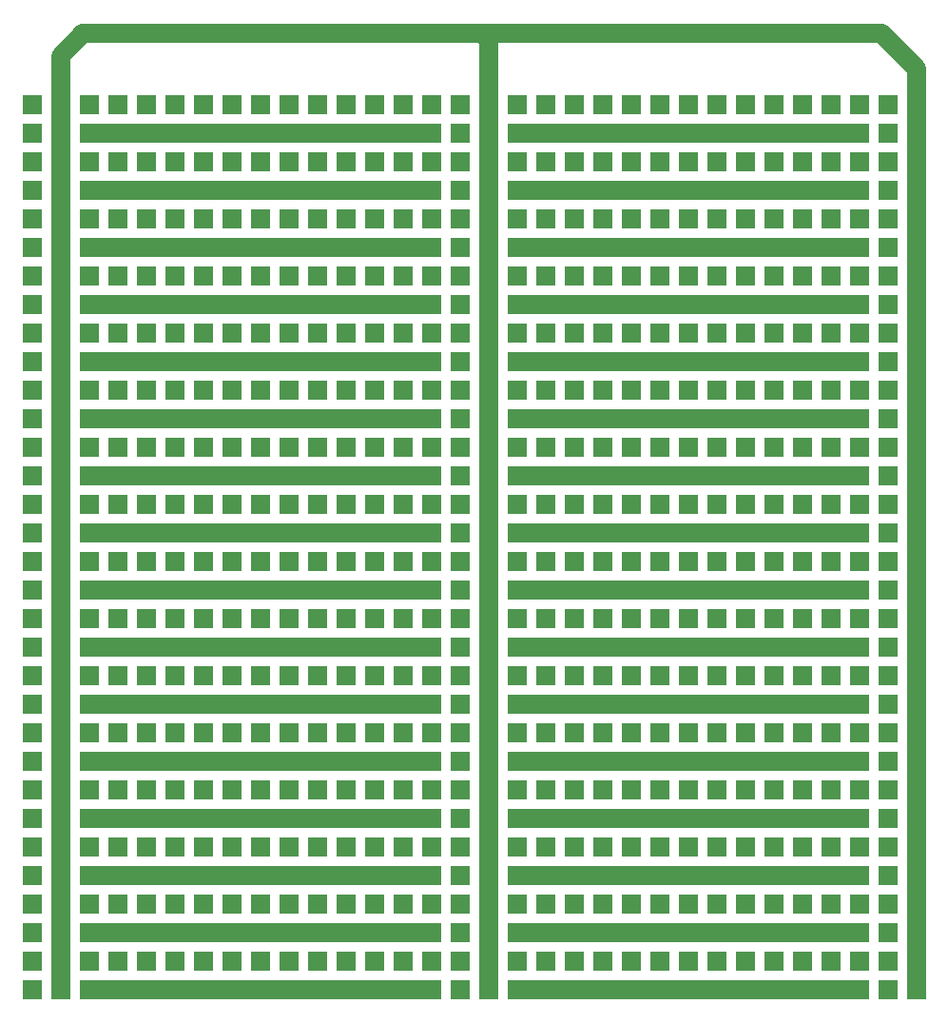
<source format=gbr>
%TF.GenerationSoftware,KiCad,Pcbnew,6.0.6-3a73a75311~116~ubuntu20.04.1*%
%TF.CreationDate,2022-06-29T13:13:07-05:00*%
%TF.ProjectId,XL_Proto_Breadboard_v001,584c5f50-726f-4746-9f5f-427265616462,rev?*%
%TF.SameCoordinates,Original*%
%TF.FileFunction,Copper,L2,Bot*%
%TF.FilePolarity,Positive*%
%FSLAX46Y46*%
G04 Gerber Fmt 4.6, Leading zero omitted, Abs format (unit mm)*
G04 Created by KiCad (PCBNEW 6.0.6-3a73a75311~116~ubuntu20.04.1) date 2022-06-29 13:13:07*
%MOMM*%
%LPD*%
G01*
G04 APERTURE LIST*
%TA.AperFunction,ComponentPad*%
%ADD10R,1.700000X1.700000*%
%TD*%
%TA.AperFunction,Conductor*%
%ADD11C,1.700000*%
%TD*%
G04 APERTURE END LIST*
D10*
%TO.P,U1,1,1*%
%TO.N,GND*%
X153780000Y-87980000D03*
X151240000Y-57500000D03*
X120760000Y-67660000D03*
X184260000Y-87980000D03*
X153780000Y-75280000D03*
X110600000Y-90520000D03*
X163940000Y-113380000D03*
X143620000Y-90520000D03*
X141080000Y-72740000D03*
X174100000Y-75280000D03*
X125840000Y-100680000D03*
X110600000Y-123540000D03*
X133460000Y-121000000D03*
X156320000Y-90520000D03*
X169020000Y-133700000D03*
X169020000Y-115920000D03*
X143620000Y-123540000D03*
X148700000Y-57500000D03*
X171560000Y-60040000D03*
X181720000Y-80360000D03*
X179180000Y-87980000D03*
X133460000Y-100680000D03*
X158860000Y-126080000D03*
X143620000Y-103220000D03*
X138540000Y-126080000D03*
X158860000Y-87980000D03*
X120760000Y-72740000D03*
X186800000Y-113380000D03*
X179180000Y-70200000D03*
X163940000Y-103220000D03*
X118220000Y-60040000D03*
X179180000Y-105760000D03*
X179180000Y-100680000D03*
X179180000Y-72740000D03*
X169020000Y-82900000D03*
X171560000Y-70200000D03*
X110600000Y-95600000D03*
X186800000Y-100680000D03*
X125840000Y-65120000D03*
X133460000Y-105760000D03*
X189340000Y-70200000D03*
X133460000Y-62580000D03*
X161400000Y-98140000D03*
X148700000Y-87980000D03*
X156320000Y-57500000D03*
X110600000Y-133700000D03*
X158860000Y-118460000D03*
X166480000Y-67660000D03*
X153780000Y-118460000D03*
X133460000Y-82900000D03*
X130920000Y-103220000D03*
X163940000Y-82900000D03*
X153780000Y-80360000D03*
X184260000Y-65120000D03*
X151240000Y-82900000D03*
X118220000Y-123540000D03*
X148700000Y-118460000D03*
X181720000Y-95600000D03*
X184260000Y-100680000D03*
X148700000Y-123540000D03*
X143620000Y-113380000D03*
X143620000Y-95600000D03*
X113140000Y-95600000D03*
X136000000Y-70200000D03*
X186800000Y-123540000D03*
X130920000Y-60040000D03*
X169020000Y-126080000D03*
X158860000Y-62580000D03*
X181720000Y-90520000D03*
X115680000Y-80360000D03*
X169020000Y-128620000D03*
X110600000Y-98140000D03*
X120760000Y-123540000D03*
X138540000Y-54960000D03*
X176640000Y-65120000D03*
X115680000Y-133700000D03*
X136000000Y-103220000D03*
X151240000Y-98140000D03*
X163940000Y-67660000D03*
X176640000Y-60040000D03*
X110600000Y-93060000D03*
X146160000Y-85440000D03*
X136000000Y-126080000D03*
X161400000Y-60040000D03*
X125840000Y-70200000D03*
X110600000Y-103220000D03*
X189340000Y-110840000D03*
X184260000Y-75280000D03*
X156320000Y-93060000D03*
X153780000Y-123540000D03*
X181720000Y-72740000D03*
X156320000Y-75280000D03*
X184260000Y-113380000D03*
X156320000Y-118460000D03*
X128380000Y-113380000D03*
X161400000Y-85440000D03*
X186800000Y-95600000D03*
X151240000Y-93060000D03*
X189340000Y-123540000D03*
X130920000Y-75280000D03*
X123300000Y-93060000D03*
X186800000Y-105760000D03*
X141080000Y-108300000D03*
X153780000Y-110840000D03*
X138540000Y-108300000D03*
X166480000Y-75280000D03*
X153780000Y-57500000D03*
X181720000Y-77820000D03*
X176640000Y-80360000D03*
X146160000Y-77820000D03*
X156320000Y-95600000D03*
X128380000Y-128620000D03*
X143620000Y-108300000D03*
X115680000Y-72740000D03*
X171560000Y-123540000D03*
X115680000Y-54960000D03*
X123300000Y-128620000D03*
X158860000Y-85440000D03*
X186800000Y-126080000D03*
X130920000Y-57500000D03*
X120760000Y-103220000D03*
X153780000Y-67660000D03*
X120760000Y-70200000D03*
X161400000Y-133700000D03*
X171560000Y-54960000D03*
X153780000Y-121000000D03*
X110600000Y-87980000D03*
X153780000Y-90520000D03*
X128380000Y-93060000D03*
X113140000Y-103220000D03*
X123300000Y-80360000D03*
X174100000Y-87980000D03*
X128380000Y-118460000D03*
X171560000Y-67660000D03*
X110600000Y-75280000D03*
X143620000Y-131160000D03*
X133460000Y-123540000D03*
X161400000Y-62580000D03*
X163940000Y-77820000D03*
X118220000Y-62580000D03*
X118220000Y-118460000D03*
X130920000Y-85440000D03*
X156320000Y-82900000D03*
X138540000Y-95600000D03*
X136000000Y-115920000D03*
X166480000Y-108300000D03*
X166480000Y-113380000D03*
X128380000Y-82900000D03*
X136000000Y-121000000D03*
X110600000Y-105760000D03*
X138540000Y-62580000D03*
X158860000Y-108300000D03*
X171560000Y-87980000D03*
X163940000Y-131160000D03*
X128380000Y-131160000D03*
X113140000Y-57500000D03*
X128380000Y-115920000D03*
X151240000Y-90520000D03*
X120760000Y-113380000D03*
X153780000Y-85440000D03*
X133460000Y-72740000D03*
X138540000Y-100680000D03*
X161400000Y-57500000D03*
X133460000Y-90520000D03*
X181720000Y-75280000D03*
X148700000Y-108300000D03*
X136000000Y-108300000D03*
X158860000Y-65120000D03*
X174100000Y-103220000D03*
X146160000Y-133700000D03*
X176640000Y-67660000D03*
X138540000Y-103220000D03*
X141080000Y-62580000D03*
X151240000Y-108300000D03*
X163940000Y-57500000D03*
X189340000Y-90520000D03*
X130920000Y-95600000D03*
X166480000Y-80360000D03*
X113140000Y-110840000D03*
X118220000Y-54960000D03*
X179180000Y-54960000D03*
X146160000Y-54960000D03*
X153780000Y-77820000D03*
X153780000Y-60040000D03*
X148700000Y-128620000D03*
X174100000Y-126080000D03*
X169020000Y-98140000D03*
X186800000Y-60040000D03*
X166480000Y-65120000D03*
X189340000Y-103220000D03*
X113140000Y-108300000D03*
X153780000Y-126080000D03*
X163940000Y-62580000D03*
X113140000Y-75280000D03*
X125840000Y-105760000D03*
X184260000Y-70200000D03*
X156320000Y-103220000D03*
X133460000Y-128620000D03*
X158860000Y-105760000D03*
X174100000Y-98140000D03*
X189340000Y-67660000D03*
X186800000Y-118460000D03*
X143620000Y-62580000D03*
X163940000Y-95600000D03*
X171560000Y-103220000D03*
X120760000Y-62580000D03*
X189340000Y-121000000D03*
X115680000Y-113380000D03*
X143620000Y-93060000D03*
X166480000Y-90520000D03*
X156320000Y-70200000D03*
X163940000Y-100680000D03*
X174100000Y-123540000D03*
X181720000Y-110840000D03*
X171560000Y-105760000D03*
X141080000Y-113380000D03*
X113140000Y-87980000D03*
X141080000Y-115920000D03*
X163940000Y-70200000D03*
X146160000Y-115920000D03*
X125840000Y-103220000D03*
X125840000Y-60040000D03*
X133460000Y-110840000D03*
X169020000Y-103220000D03*
X179180000Y-77820000D03*
X151240000Y-75280000D03*
X158860000Y-98140000D03*
X161400000Y-93060000D03*
X128380000Y-110840000D03*
X176640000Y-113380000D03*
X153780000Y-115920000D03*
X115680000Y-110840000D03*
X125840000Y-98140000D03*
X171560000Y-133700000D03*
X143620000Y-60040000D03*
X156320000Y-100680000D03*
X174100000Y-67660000D03*
X166480000Y-123540000D03*
X110600000Y-113380000D03*
X141080000Y-105760000D03*
X184260000Y-85440000D03*
X118220000Y-115920000D03*
X184260000Y-72740000D03*
X166480000Y-133700000D03*
X161400000Y-118460000D03*
X163940000Y-115920000D03*
X141080000Y-121000000D03*
X120760000Y-100680000D03*
X141080000Y-103220000D03*
X148700000Y-93060000D03*
X179180000Y-121000000D03*
X179180000Y-128620000D03*
X189340000Y-108300000D03*
X156320000Y-128620000D03*
X120760000Y-75280000D03*
X128380000Y-87980000D03*
X186800000Y-108300000D03*
X110600000Y-72740000D03*
X133460000Y-108300000D03*
X181720000Y-67660000D03*
X156320000Y-131160000D03*
X115680000Y-75280000D03*
X156320000Y-62580000D03*
X128380000Y-54960000D03*
X125840000Y-95600000D03*
X118220000Y-70200000D03*
X118220000Y-65120000D03*
X123300000Y-87980000D03*
X181720000Y-57500000D03*
X153780000Y-113380000D03*
X125840000Y-87980000D03*
X181720000Y-108300000D03*
X181720000Y-121000000D03*
X141080000Y-110840000D03*
X158860000Y-128620000D03*
X186800000Y-65120000D03*
X146160000Y-60040000D03*
X151240000Y-95600000D03*
X125840000Y-67660000D03*
X128380000Y-65120000D03*
X181720000Y-126080000D03*
X171560000Y-126080000D03*
X163940000Y-110840000D03*
X169020000Y-118460000D03*
X163940000Y-80360000D03*
X115680000Y-85440000D03*
X120760000Y-93060000D03*
X136000000Y-98140000D03*
X184260000Y-121000000D03*
X118220000Y-67660000D03*
X153780000Y-128620000D03*
X161400000Y-82900000D03*
X174100000Y-113380000D03*
X128380000Y-72740000D03*
X141080000Y-131160000D03*
X184260000Y-123540000D03*
X141080000Y-126080000D03*
X120760000Y-118460000D03*
X179180000Y-103220000D03*
X118220000Y-103220000D03*
X161400000Y-80360000D03*
X184260000Y-60040000D03*
X161400000Y-70200000D03*
X166480000Y-72740000D03*
X176640000Y-126080000D03*
X161400000Y-105760000D03*
X151240000Y-80360000D03*
X146160000Y-95600000D03*
X123300000Y-72740000D03*
X146160000Y-80360000D03*
X153780000Y-93060000D03*
X174100000Y-121000000D03*
X189340000Y-54960000D03*
X133460000Y-87980000D03*
X118220000Y-128620000D03*
X120760000Y-128620000D03*
X171560000Y-128620000D03*
X138540000Y-60040000D03*
X169020000Y-110840000D03*
X166480000Y-85440000D03*
X138540000Y-123540000D03*
X186800000Y-90520000D03*
X186800000Y-85440000D03*
X161400000Y-113380000D03*
X118220000Y-98140000D03*
X156320000Y-126080000D03*
X141080000Y-98140000D03*
X176640000Y-100680000D03*
X186800000Y-57500000D03*
X133460000Y-57500000D03*
X136000000Y-85440000D03*
X158860000Y-54960000D03*
X169020000Y-72740000D03*
X158860000Y-60040000D03*
X163940000Y-87980000D03*
X179180000Y-90520000D03*
X169020000Y-95600000D03*
X113140000Y-77820000D03*
X115680000Y-103220000D03*
X115680000Y-90520000D03*
X110600000Y-77820000D03*
X128380000Y-77820000D03*
X118220000Y-75280000D03*
X163940000Y-75280000D03*
X176640000Y-103220000D03*
X136000000Y-80360000D03*
X153780000Y-105760000D03*
X171560000Y-90520000D03*
X163940000Y-105760000D03*
X158860000Y-67660000D03*
X128380000Y-85440000D03*
X158860000Y-113380000D03*
X138540000Y-87980000D03*
X171560000Y-121000000D03*
X130920000Y-115920000D03*
X136000000Y-110840000D03*
X189340000Y-57500000D03*
X163940000Y-128620000D03*
X143620000Y-82900000D03*
X189340000Y-75280000D03*
X166480000Y-115920000D03*
X115680000Y-105760000D03*
X158860000Y-75280000D03*
X153780000Y-54960000D03*
X171560000Y-85440000D03*
X113140000Y-118460000D03*
X166480000Y-93060000D03*
X148700000Y-65120000D03*
X171560000Y-131160000D03*
X123300000Y-105760000D03*
X113140000Y-70200000D03*
X156320000Y-133700000D03*
X125840000Y-82900000D03*
X166480000Y-100680000D03*
X120760000Y-60040000D03*
X133460000Y-115920000D03*
X151240000Y-128620000D03*
X138540000Y-77820000D03*
X113140000Y-131160000D03*
X141080000Y-57500000D03*
X123300000Y-82900000D03*
X143620000Y-54960000D03*
X181720000Y-133700000D03*
X118220000Y-133700000D03*
X156320000Y-115920000D03*
X166480000Y-82900000D03*
X156320000Y-98140000D03*
X113140000Y-62580000D03*
X136000000Y-77820000D03*
X148700000Y-70200000D03*
X174100000Y-115920000D03*
X130920000Y-131160000D03*
X113140000Y-60040000D03*
X118220000Y-90520000D03*
X174100000Y-85440000D03*
X151240000Y-113380000D03*
X143620000Y-65120000D03*
X153780000Y-72740000D03*
X163940000Y-133700000D03*
X166480000Y-103220000D03*
X113140000Y-98140000D03*
X125840000Y-115920000D03*
X186800000Y-72740000D03*
X130920000Y-98140000D03*
X153780000Y-133700000D03*
X125840000Y-54960000D03*
X130920000Y-54960000D03*
X166480000Y-110840000D03*
X146160000Y-100680000D03*
X143620000Y-57500000D03*
X123300000Y-67660000D03*
X156320000Y-121000000D03*
X148700000Y-67660000D03*
X148700000Y-98140000D03*
X113140000Y-72740000D03*
X133460000Y-113380000D03*
X138540000Y-67660000D03*
X158860000Y-100680000D03*
X123300000Y-103220000D03*
X158860000Y-72740000D03*
X189340000Y-82900000D03*
X169020000Y-77820000D03*
X184260000Y-128620000D03*
X136000000Y-57500000D03*
X184260000Y-105760000D03*
X141080000Y-133700000D03*
X148700000Y-131160000D03*
X153780000Y-82900000D03*
X123300000Y-133700000D03*
X138540000Y-118460000D03*
X133460000Y-77820000D03*
X174100000Y-82900000D03*
X176640000Y-70200000D03*
X138540000Y-72740000D03*
X141080000Y-82900000D03*
X120760000Y-110840000D03*
X179180000Y-62580000D03*
X115680000Y-70200000D03*
X113140000Y-123540000D03*
X120760000Y-54960000D03*
X133460000Y-70200000D03*
X176640000Y-110840000D03*
X186800000Y-67660000D03*
X163940000Y-118460000D03*
X133460000Y-85440000D03*
X143620000Y-126080000D03*
X189340000Y-131160000D03*
X138540000Y-121000000D03*
X118220000Y-77820000D03*
X133460000Y-126080000D03*
X128380000Y-95600000D03*
X151240000Y-131160000D03*
X186800000Y-110840000D03*
X118220000Y-110840000D03*
X143620000Y-75280000D03*
X120760000Y-126080000D03*
X125840000Y-93060000D03*
X136000000Y-131160000D03*
X146160000Y-105760000D03*
X120760000Y-95600000D03*
X151240000Y-105760000D03*
X189340000Y-98140000D03*
X125840000Y-123540000D03*
X174100000Y-108300000D03*
X181720000Y-105760000D03*
X161400000Y-108300000D03*
X171560000Y-110840000D03*
X184260000Y-93060000D03*
X176640000Y-75280000D03*
X186800000Y-87980000D03*
X169020000Y-70200000D03*
X158860000Y-133700000D03*
X186800000Y-82900000D03*
X158860000Y-82900000D03*
X110600000Y-67660000D03*
X176640000Y-123540000D03*
X179180000Y-80360000D03*
X128380000Y-105760000D03*
X156320000Y-123540000D03*
X120760000Y-77820000D03*
X123300000Y-121000000D03*
X148700000Y-77820000D03*
X138540000Y-85440000D03*
X118220000Y-87980000D03*
X133460000Y-75280000D03*
X153780000Y-131160000D03*
X113140000Y-126080000D03*
X148700000Y-75280000D03*
X141080000Y-100680000D03*
X143620000Y-98140000D03*
X171560000Y-72740000D03*
X148700000Y-95600000D03*
X146160000Y-113380000D03*
X166480000Y-118460000D03*
X174100000Y-72740000D03*
X146160000Y-75280000D03*
X161400000Y-100680000D03*
X128380000Y-67660000D03*
X184260000Y-108300000D03*
X166480000Y-128620000D03*
X123300000Y-131160000D03*
X136000000Y-67660000D03*
X133460000Y-95600000D03*
X174100000Y-118460000D03*
X130920000Y-87980000D03*
X156320000Y-85440000D03*
X181720000Y-118460000D03*
X169020000Y-123540000D03*
X130920000Y-72740000D03*
X163940000Y-60040000D03*
X113140000Y-115920000D03*
X169020000Y-100680000D03*
X184260000Y-131160000D03*
X123300000Y-57500000D03*
X179180000Y-82900000D03*
X169020000Y-75280000D03*
X189340000Y-62580000D03*
X115680000Y-108300000D03*
X128380000Y-121000000D03*
X169020000Y-60040000D03*
X163940000Y-108300000D03*
X123300000Y-118460000D03*
X120760000Y-108300000D03*
X181720000Y-65120000D03*
X141080000Y-60040000D03*
X169020000Y-90520000D03*
X166480000Y-62580000D03*
X133460000Y-67660000D03*
X174100000Y-70200000D03*
X146160000Y-82900000D03*
X113140000Y-121000000D03*
X174100000Y-54960000D03*
X141080000Y-75280000D03*
X163940000Y-85440000D03*
X130920000Y-118460000D03*
X179180000Y-133700000D03*
X136000000Y-133700000D03*
X133460000Y-103220000D03*
X186800000Y-54960000D03*
X125840000Y-80360000D03*
X123300000Y-123540000D03*
X186800000Y-62580000D03*
X161400000Y-77820000D03*
X158860000Y-123540000D03*
X161400000Y-131160000D03*
X143620000Y-121000000D03*
X176640000Y-90520000D03*
X166480000Y-105760000D03*
X184260000Y-62580000D03*
X123300000Y-54960000D03*
X118220000Y-108300000D03*
X148700000Y-80360000D03*
X171560000Y-82900000D03*
X179180000Y-65120000D03*
X184260000Y-54960000D03*
X146160000Y-123540000D03*
X113140000Y-133700000D03*
X189340000Y-118460000D03*
X146160000Y-110840000D03*
X151240000Y-67660000D03*
X176640000Y-108300000D03*
X174100000Y-128620000D03*
X130920000Y-113380000D03*
X176640000Y-72740000D03*
X110600000Y-57500000D03*
X189340000Y-65120000D03*
X120760000Y-105760000D03*
X174100000Y-131160000D03*
X189340000Y-128620000D03*
X161400000Y-115920000D03*
X148700000Y-90520000D03*
X128380000Y-108300000D03*
X161400000Y-54960000D03*
X151240000Y-110840000D03*
X179180000Y-93060000D03*
X181720000Y-115920000D03*
X176640000Y-87980000D03*
X113140000Y-80360000D03*
X120760000Y-98140000D03*
X125840000Y-85440000D03*
X118220000Y-113380000D03*
X143620000Y-115920000D03*
X115680000Y-77820000D03*
X148700000Y-100680000D03*
X123300000Y-95600000D03*
X163940000Y-54960000D03*
X161400000Y-121000000D03*
X118220000Y-126080000D03*
X138540000Y-128620000D03*
X110600000Y-62580000D03*
X186800000Y-133700000D03*
X151240000Y-126080000D03*
X113140000Y-93060000D03*
X148700000Y-72740000D03*
X146160000Y-67660000D03*
X136000000Y-82900000D03*
X161400000Y-126080000D03*
X186800000Y-77820000D03*
X141080000Y-85440000D03*
X151240000Y-60040000D03*
X146160000Y-108300000D03*
X156320000Y-60040000D03*
X169020000Y-113380000D03*
X115680000Y-98140000D03*
X146160000Y-72740000D03*
X115680000Y-126080000D03*
X130920000Y-67660000D03*
X141080000Y-65120000D03*
X130920000Y-126080000D03*
X174100000Y-95600000D03*
X176640000Y-93060000D03*
X161400000Y-65120000D03*
X113140000Y-67660000D03*
X115680000Y-118460000D03*
X151240000Y-123540000D03*
X146160000Y-70200000D03*
X141080000Y-128620000D03*
X171560000Y-98140000D03*
X171560000Y-65120000D03*
X118220000Y-131160000D03*
X123300000Y-113380000D03*
X133460000Y-65120000D03*
X115680000Y-100680000D03*
X123300000Y-100680000D03*
X143620000Y-133700000D03*
X130920000Y-62580000D03*
X128380000Y-70200000D03*
X169020000Y-67660000D03*
X113140000Y-54960000D03*
X110600000Y-65120000D03*
X189340000Y-87980000D03*
X158860000Y-93060000D03*
X171560000Y-115920000D03*
X128380000Y-60040000D03*
X138540000Y-133700000D03*
X171560000Y-93060000D03*
X130920000Y-93060000D03*
X163940000Y-93060000D03*
X125840000Y-108300000D03*
X158860000Y-80360000D03*
X128380000Y-133700000D03*
X120760000Y-90520000D03*
X151240000Y-133700000D03*
X171560000Y-57500000D03*
X158860000Y-57500000D03*
X146160000Y-93060000D03*
X186800000Y-121000000D03*
X186800000Y-103220000D03*
X166480000Y-87980000D03*
X136000000Y-54960000D03*
X143620000Y-72740000D03*
X176640000Y-54960000D03*
X186800000Y-93060000D03*
X110600000Y-54960000D03*
X176640000Y-62580000D03*
X148700000Y-60040000D03*
X169020000Y-80360000D03*
X156320000Y-80360000D03*
X189340000Y-105760000D03*
X110600000Y-126080000D03*
X148700000Y-62580000D03*
X184260000Y-77820000D03*
X128380000Y-98140000D03*
X156320000Y-87980000D03*
X174100000Y-62580000D03*
X176640000Y-77820000D03*
X118220000Y-57500000D03*
X120760000Y-80360000D03*
X148700000Y-121000000D03*
X143620000Y-80360000D03*
X143620000Y-105760000D03*
X158860000Y-121000000D03*
X153780000Y-65120000D03*
X156320000Y-65120000D03*
X153780000Y-98140000D03*
X176640000Y-121000000D03*
X113140000Y-113380000D03*
X141080000Y-67660000D03*
X184260000Y-110840000D03*
X110600000Y-118460000D03*
X146160000Y-103220000D03*
X118220000Y-95600000D03*
X141080000Y-123540000D03*
X158860000Y-131160000D03*
X136000000Y-118460000D03*
X166480000Y-57500000D03*
X146160000Y-87980000D03*
X151240000Y-103220000D03*
X148700000Y-85440000D03*
X189340000Y-72740000D03*
X138540000Y-65120000D03*
X186800000Y-80360000D03*
X113140000Y-128620000D03*
X113140000Y-90520000D03*
X189340000Y-93060000D03*
X156320000Y-105760000D03*
X158860000Y-77820000D03*
X128380000Y-90520000D03*
X184260000Y-82900000D03*
X128380000Y-126080000D03*
X125840000Y-75280000D03*
X143620000Y-87980000D03*
X166480000Y-98140000D03*
X151240000Y-54960000D03*
X125840000Y-121000000D03*
X171560000Y-113380000D03*
X186800000Y-70200000D03*
X151240000Y-77820000D03*
X128380000Y-100680000D03*
X123300000Y-90520000D03*
X138540000Y-70200000D03*
X189340000Y-95600000D03*
X186800000Y-131160000D03*
X181720000Y-70200000D03*
X166480000Y-54960000D03*
X125840000Y-110840000D03*
X123300000Y-60040000D03*
X179180000Y-123540000D03*
X125840000Y-118460000D03*
X171560000Y-118460000D03*
X179180000Y-75280000D03*
X123300000Y-98140000D03*
X118220000Y-72740000D03*
X184260000Y-98140000D03*
X141080000Y-80360000D03*
X123300000Y-77820000D03*
X128380000Y-123540000D03*
X130920000Y-90520000D03*
X110600000Y-100680000D03*
X115680000Y-115920000D03*
X169020000Y-105760000D03*
X148700000Y-105760000D03*
X130920000Y-77820000D03*
X118220000Y-105760000D03*
X151240000Y-87980000D03*
X174100000Y-77820000D03*
X125840000Y-128620000D03*
X189340000Y-85440000D03*
X169020000Y-93060000D03*
X141080000Y-77820000D03*
X174100000Y-80360000D03*
X181720000Y-87980000D03*
X130920000Y-105760000D03*
X143620000Y-100680000D03*
X136000000Y-62580000D03*
X179180000Y-126080000D03*
X189340000Y-80360000D03*
X179180000Y-115920000D03*
X143620000Y-70200000D03*
X113140000Y-65120000D03*
X156320000Y-54960000D03*
X163940000Y-123540000D03*
X133460000Y-131160000D03*
X141080000Y-90520000D03*
X184260000Y-103220000D03*
X143620000Y-110840000D03*
X179180000Y-60040000D03*
X113140000Y-100680000D03*
X110600000Y-60040000D03*
X138540000Y-80360000D03*
X174100000Y-105760000D03*
X161400000Y-67660000D03*
X166480000Y-121000000D03*
X148700000Y-113380000D03*
X141080000Y-54960000D03*
X171560000Y-75280000D03*
X156320000Y-72740000D03*
X171560000Y-62580000D03*
X146160000Y-62580000D03*
X179180000Y-108300000D03*
X158860000Y-70200000D03*
X189340000Y-115920000D03*
X133460000Y-133700000D03*
X123300000Y-62580000D03*
X171560000Y-80360000D03*
X166480000Y-60040000D03*
X186800000Y-98140000D03*
X161400000Y-75280000D03*
X151240000Y-65120000D03*
X123300000Y-75280000D03*
X110600000Y-110840000D03*
X138540000Y-90520000D03*
X123300000Y-108300000D03*
X146160000Y-118460000D03*
X161400000Y-95600000D03*
X176640000Y-133700000D03*
X156320000Y-67660000D03*
X148700000Y-110840000D03*
X125840000Y-90520000D03*
X115680000Y-128620000D03*
X115680000Y-123540000D03*
X151240000Y-115920000D03*
X110600000Y-128620000D03*
X138540000Y-105760000D03*
X156320000Y-77820000D03*
X146160000Y-121000000D03*
X125840000Y-126080000D03*
X115680000Y-57500000D03*
X138540000Y-110840000D03*
X174100000Y-100680000D03*
X115680000Y-60040000D03*
X169020000Y-65120000D03*
X169020000Y-108300000D03*
X118220000Y-82900000D03*
X130920000Y-82900000D03*
X130920000Y-121000000D03*
X136000000Y-93060000D03*
X123300000Y-85440000D03*
X143620000Y-85440000D03*
X148700000Y-126080000D03*
X156320000Y-110840000D03*
X158860000Y-95600000D03*
X181720000Y-128620000D03*
X133460000Y-98140000D03*
X136000000Y-128620000D03*
X174100000Y-90520000D03*
X181720000Y-82900000D03*
X125840000Y-57500000D03*
X176640000Y-57500000D03*
X148700000Y-133700000D03*
X166480000Y-131160000D03*
X184260000Y-115920000D03*
X161400000Y-123540000D03*
X138540000Y-82900000D03*
X130920000Y-80360000D03*
X138540000Y-57500000D03*
X151240000Y-85440000D03*
X153780000Y-62580000D03*
X130920000Y-133700000D03*
X174100000Y-133700000D03*
X166480000Y-77820000D03*
X174100000Y-110840000D03*
X166480000Y-70200000D03*
X123300000Y-110840000D03*
X189340000Y-77820000D03*
X161400000Y-128620000D03*
X176640000Y-105760000D03*
X181720000Y-100680000D03*
X115680000Y-65120000D03*
X179180000Y-57500000D03*
X161400000Y-110840000D03*
X181720000Y-131160000D03*
X113140000Y-105760000D03*
X169020000Y-54960000D03*
X133460000Y-80360000D03*
X151240000Y-62580000D03*
X128380000Y-80360000D03*
X120760000Y-82900000D03*
X169020000Y-87980000D03*
X136000000Y-105760000D03*
X171560000Y-100680000D03*
X181720000Y-85440000D03*
X179180000Y-118460000D03*
X186800000Y-128620000D03*
X151240000Y-70200000D03*
X174100000Y-65120000D03*
X161400000Y-90520000D03*
X179180000Y-131160000D03*
X123300000Y-115920000D03*
X130920000Y-100680000D03*
X120760000Y-85440000D03*
X166480000Y-126080000D03*
X146160000Y-128620000D03*
X120760000Y-121000000D03*
X151240000Y-72740000D03*
X143620000Y-77820000D03*
X138540000Y-75280000D03*
X128380000Y-75280000D03*
X136000000Y-95600000D03*
X136000000Y-113380000D03*
X138540000Y-113380000D03*
X136000000Y-87980000D03*
X156320000Y-108300000D03*
X125840000Y-131160000D03*
X151240000Y-121000000D03*
X161400000Y-87980000D03*
X166480000Y-95600000D03*
X179180000Y-98140000D03*
X115680000Y-82900000D03*
X120760000Y-65120000D03*
X156320000Y-113380000D03*
X115680000Y-62580000D03*
X184260000Y-95600000D03*
X153780000Y-103220000D03*
X115680000Y-87980000D03*
X186800000Y-115920000D03*
X141080000Y-95600000D03*
X130920000Y-110840000D03*
X118220000Y-121000000D03*
X184260000Y-57500000D03*
X169020000Y-131160000D03*
X179180000Y-85440000D03*
X128380000Y-103220000D03*
X176640000Y-82900000D03*
X189340000Y-113380000D03*
X181720000Y-98140000D03*
X176640000Y-118460000D03*
X186800000Y-75280000D03*
X146160000Y-65120000D03*
X171560000Y-108300000D03*
X181720000Y-54960000D03*
X128380000Y-57500000D03*
X120760000Y-133700000D03*
X115680000Y-121000000D03*
X169020000Y-62580000D03*
X113140000Y-82900000D03*
X120760000Y-131160000D03*
X125840000Y-113380000D03*
X153780000Y-108300000D03*
X115680000Y-93060000D03*
X184260000Y-80360000D03*
X163940000Y-90520000D03*
X130920000Y-70200000D03*
X171560000Y-77820000D03*
X115680000Y-131160000D03*
X181720000Y-113380000D03*
X169020000Y-85440000D03*
X133460000Y-60040000D03*
X184260000Y-67660000D03*
X174100000Y-60040000D03*
X148700000Y-115920000D03*
X120760000Y-115920000D03*
X120760000Y-87980000D03*
X158860000Y-115920000D03*
X110600000Y-80360000D03*
X136000000Y-65120000D03*
X176640000Y-131160000D03*
X153780000Y-100680000D03*
X130920000Y-128620000D03*
X133460000Y-93060000D03*
X179180000Y-113380000D03*
X184260000Y-118460000D03*
X110600000Y-121000000D03*
X176640000Y-115920000D03*
X179180000Y-95600000D03*
X133460000Y-54960000D03*
X118220000Y-100680000D03*
X169020000Y-121000000D03*
X158860000Y-90520000D03*
X136000000Y-100680000D03*
X141080000Y-118460000D03*
X110600000Y-85440000D03*
X125840000Y-72740000D03*
X125840000Y-77820000D03*
X163940000Y-98140000D03*
X110600000Y-115920000D03*
X153780000Y-95600000D03*
X110600000Y-108300000D03*
X184260000Y-90520000D03*
X146160000Y-98140000D03*
X130920000Y-123540000D03*
X115680000Y-67660000D03*
X171560000Y-95600000D03*
X141080000Y-93060000D03*
X110600000Y-131160000D03*
X181720000Y-62580000D03*
X118220000Y-80360000D03*
X184260000Y-133700000D03*
X146160000Y-57500000D03*
X146160000Y-131160000D03*
X148700000Y-82900000D03*
X113140000Y-85440000D03*
X176640000Y-128620000D03*
X181720000Y-93060000D03*
X176640000Y-95600000D03*
X176640000Y-85440000D03*
X148700000Y-54960000D03*
X136000000Y-72740000D03*
X138540000Y-115920000D03*
X184260000Y-126080000D03*
X110600000Y-82900000D03*
X136000000Y-60040000D03*
X146160000Y-126080000D03*
X153780000Y-70200000D03*
X179180000Y-67660000D03*
X163940000Y-126080000D03*
X115680000Y-95600000D03*
X181720000Y-103220000D03*
X189340000Y-60040000D03*
X125840000Y-62580000D03*
X123300000Y-70200000D03*
X118220000Y-85440000D03*
X136000000Y-90520000D03*
X189340000Y-133700000D03*
X143620000Y-128620000D03*
X143620000Y-67660000D03*
X189340000Y-100680000D03*
X141080000Y-87980000D03*
X158860000Y-110840000D03*
X163940000Y-121000000D03*
X128380000Y-62580000D03*
X176640000Y-98140000D03*
X148700000Y-103220000D03*
X181720000Y-60040000D03*
X130920000Y-65120000D03*
X174100000Y-57500000D03*
X138540000Y-98140000D03*
X181720000Y-123540000D03*
X110600000Y-70200000D03*
X136000000Y-123540000D03*
X138540000Y-93060000D03*
X161400000Y-103220000D03*
X151240000Y-118460000D03*
X158860000Y-103220000D03*
X151240000Y-100680000D03*
X146160000Y-90520000D03*
X136000000Y-75280000D03*
X125840000Y-133700000D03*
X123300000Y-65120000D03*
X133460000Y-118460000D03*
X189340000Y-126080000D03*
X123300000Y-126080000D03*
X143620000Y-118460000D03*
X120760000Y-57500000D03*
X174100000Y-93060000D03*
X138540000Y-131160000D03*
X179180000Y-110840000D03*
X163940000Y-65120000D03*
X163940000Y-72740000D03*
X161400000Y-72740000D03*
X130920000Y-108300000D03*
X141080000Y-70200000D03*
X118220000Y-93060000D03*
X169020000Y-57500000D03*
%TD*%
D11*
%TO.N,GND*%
X184260000Y-87980000D02*
X153780000Y-87980000D01*
X153780000Y-103220000D02*
X184260000Y-103220000D01*
X153780000Y-67660000D02*
X184260000Y-67660000D01*
X115680000Y-77820000D02*
X146160000Y-77820000D01*
X146160000Y-113380000D02*
X115680000Y-113380000D01*
X186240000Y-48600000D02*
X189340000Y-51700000D01*
X115680000Y-67660000D02*
X146160000Y-67660000D01*
X151240000Y-54960000D02*
X151240000Y-49160000D01*
X115680000Y-118460000D02*
X146160000Y-118460000D01*
X184260000Y-118460000D02*
X153780000Y-118460000D01*
X184260000Y-72740000D02*
X153780000Y-72740000D01*
X151240000Y-49160000D02*
X150680000Y-48600000D01*
X146160000Y-87980000D02*
X115680000Y-87980000D01*
X184260000Y-128620000D02*
X153780000Y-128620000D01*
X189340000Y-133700000D02*
X189340000Y-54960000D01*
X151240000Y-133700000D02*
X151240000Y-54960000D01*
X115680000Y-108300000D02*
X146160000Y-108300000D01*
X184260000Y-108300000D02*
X153780000Y-108300000D01*
X153780000Y-133700000D02*
X184260000Y-133700000D01*
X150680000Y-48600000D02*
X186240000Y-48600000D01*
X115120000Y-48600000D02*
X150680000Y-48600000D01*
X153780000Y-123540000D02*
X184260000Y-123540000D01*
X153780000Y-93060000D02*
X184260000Y-93060000D01*
X184260000Y-62580000D02*
X153780000Y-62580000D01*
X115680000Y-98140000D02*
X146160000Y-98140000D01*
X146160000Y-133700000D02*
X115680000Y-133700000D01*
X153780000Y-57500000D02*
X184260000Y-57500000D01*
X184260000Y-98140000D02*
X153780000Y-98140000D01*
X113140000Y-133700000D02*
X113140000Y-54960000D01*
X153780000Y-82900000D02*
X184260000Y-82900000D01*
X115680000Y-93060000D02*
X146160000Y-93060000D01*
X115680000Y-128620000D02*
X146160000Y-128620000D01*
X146160000Y-103220000D02*
X115680000Y-103220000D01*
X153780000Y-113380000D02*
X184260000Y-113380000D01*
X113140000Y-54960000D02*
X113140000Y-50580000D01*
X115680000Y-82900000D02*
X146160000Y-82900000D01*
X184260000Y-77820000D02*
X153780000Y-77820000D01*
X115680000Y-57500000D02*
X146160000Y-57500000D01*
X146160000Y-123540000D02*
X115680000Y-123540000D01*
X146160000Y-62580000D02*
X115680000Y-62580000D01*
X189340000Y-51700000D02*
X189340000Y-54960000D01*
X113140000Y-50580000D02*
X115120000Y-48600000D01*
X146160000Y-72740000D02*
X115680000Y-72740000D01*
%TD*%
M02*

</source>
